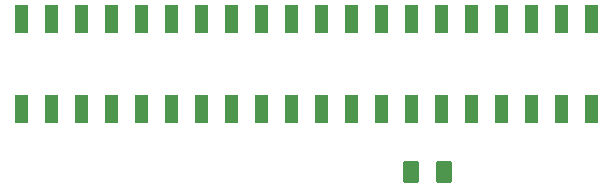
<source format=gbr>
G04 #@! TF.GenerationSoftware,KiCad,Pcbnew,5.0.2+dfsg1-1~bpo9+1*
G04 #@! TF.CreationDate,2018-12-31T18:08:11+00:00*
G04 #@! TF.ProjectId,13_full_breakout_gpio,31335f66-756c-46c5-9f62-7265616b6f75,rev?*
G04 #@! TF.SameCoordinates,Original*
G04 #@! TF.FileFunction,Soldermask,Bot*
G04 #@! TF.FilePolarity,Negative*
%FSLAX46Y46*%
G04 Gerber Fmt 4.6, Leading zero omitted, Abs format (unit mm)*
G04 Created by KiCad (PCBNEW 5.0.2+dfsg1-1~bpo9+1) date Mon 31 Dec 2018 18:08:11 GMT*
%MOMM*%
%LPD*%
G01*
G04 APERTURE LIST*
%ADD10C,0.100000*%
G04 APERTURE END LIST*
D10*
G36*
X171460604Y-82136347D02*
X171497145Y-82147432D01*
X171530820Y-82165431D01*
X171560341Y-82189659D01*
X171584569Y-82219180D01*
X171602568Y-82252855D01*
X171613653Y-82289396D01*
X171618000Y-82333538D01*
X171618000Y-83782462D01*
X171613653Y-83826604D01*
X171602568Y-83863145D01*
X171584569Y-83896820D01*
X171560341Y-83926341D01*
X171530820Y-83950569D01*
X171497145Y-83968568D01*
X171460604Y-83979653D01*
X171416462Y-83984000D01*
X170467538Y-83984000D01*
X170423396Y-83979653D01*
X170386855Y-83968568D01*
X170353180Y-83950569D01*
X170323659Y-83926341D01*
X170299431Y-83896820D01*
X170281432Y-83863145D01*
X170270347Y-83826604D01*
X170266000Y-83782462D01*
X170266000Y-82333538D01*
X170270347Y-82289396D01*
X170281432Y-82252855D01*
X170299431Y-82219180D01*
X170323659Y-82189659D01*
X170353180Y-82165431D01*
X170386855Y-82147432D01*
X170423396Y-82136347D01*
X170467538Y-82132000D01*
X171416462Y-82132000D01*
X171460604Y-82136347D01*
X171460604Y-82136347D01*
G37*
G36*
X168660604Y-82136347D02*
X168697145Y-82147432D01*
X168730820Y-82165431D01*
X168760341Y-82189659D01*
X168784569Y-82219180D01*
X168802568Y-82252855D01*
X168813653Y-82289396D01*
X168818000Y-82333538D01*
X168818000Y-83782462D01*
X168813653Y-83826604D01*
X168802568Y-83863145D01*
X168784569Y-83896820D01*
X168760341Y-83926341D01*
X168730820Y-83950569D01*
X168697145Y-83968568D01*
X168660604Y-83979653D01*
X168616462Y-83984000D01*
X167667538Y-83984000D01*
X167623396Y-83979653D01*
X167586855Y-83968568D01*
X167553180Y-83950569D01*
X167523659Y-83926341D01*
X167499431Y-83896820D01*
X167481432Y-83863145D01*
X167470347Y-83826604D01*
X167466000Y-83782462D01*
X167466000Y-82333538D01*
X167470347Y-82289396D01*
X167481432Y-82252855D01*
X167499431Y-82219180D01*
X167523659Y-82189659D01*
X167553180Y-82165431D01*
X167586855Y-82147432D01*
X167623396Y-82136347D01*
X167667538Y-82132000D01*
X168616462Y-82132000D01*
X168660604Y-82136347D01*
X168660604Y-82136347D01*
G37*
G36*
X184002500Y-78925000D02*
X182900500Y-78925000D01*
X182900500Y-76523000D01*
X184002500Y-76523000D01*
X184002500Y-78925000D01*
X184002500Y-78925000D01*
G37*
G36*
X181462500Y-78925000D02*
X180360500Y-78925000D01*
X180360500Y-76523000D01*
X181462500Y-76523000D01*
X181462500Y-78925000D01*
X181462500Y-78925000D01*
G37*
G36*
X176382500Y-78925000D02*
X175280500Y-78925000D01*
X175280500Y-76523000D01*
X176382500Y-76523000D01*
X176382500Y-78925000D01*
X176382500Y-78925000D01*
G37*
G36*
X173842500Y-78925000D02*
X172740500Y-78925000D01*
X172740500Y-76523000D01*
X173842500Y-76523000D01*
X173842500Y-78925000D01*
X173842500Y-78925000D01*
G37*
G36*
X171302500Y-78925000D02*
X170200500Y-78925000D01*
X170200500Y-76523000D01*
X171302500Y-76523000D01*
X171302500Y-78925000D01*
X171302500Y-78925000D01*
G37*
G36*
X168762500Y-78925000D02*
X167660500Y-78925000D01*
X167660500Y-76523000D01*
X168762500Y-76523000D01*
X168762500Y-78925000D01*
X168762500Y-78925000D01*
G37*
G36*
X166222500Y-78925000D02*
X165120500Y-78925000D01*
X165120500Y-76523000D01*
X166222500Y-76523000D01*
X166222500Y-78925000D01*
X166222500Y-78925000D01*
G37*
G36*
X163682500Y-78925000D02*
X162580500Y-78925000D01*
X162580500Y-76523000D01*
X163682500Y-76523000D01*
X163682500Y-78925000D01*
X163682500Y-78925000D01*
G37*
G36*
X161142500Y-78925000D02*
X160040500Y-78925000D01*
X160040500Y-76523000D01*
X161142500Y-76523000D01*
X161142500Y-78925000D01*
X161142500Y-78925000D01*
G37*
G36*
X158602500Y-78925000D02*
X157500500Y-78925000D01*
X157500500Y-76523000D01*
X158602500Y-76523000D01*
X158602500Y-78925000D01*
X158602500Y-78925000D01*
G37*
G36*
X153522500Y-78925000D02*
X152420500Y-78925000D01*
X152420500Y-76523000D01*
X153522500Y-76523000D01*
X153522500Y-78925000D01*
X153522500Y-78925000D01*
G37*
G36*
X156062500Y-78925000D02*
X154960500Y-78925000D01*
X154960500Y-76523000D01*
X156062500Y-76523000D01*
X156062500Y-78925000D01*
X156062500Y-78925000D01*
G37*
G36*
X135742500Y-78925000D02*
X134640500Y-78925000D01*
X134640500Y-76523000D01*
X135742500Y-76523000D01*
X135742500Y-78925000D01*
X135742500Y-78925000D01*
G37*
G36*
X178922500Y-78925000D02*
X177820500Y-78925000D01*
X177820500Y-76523000D01*
X178922500Y-76523000D01*
X178922500Y-78925000D01*
X178922500Y-78925000D01*
G37*
G36*
X138282500Y-78925000D02*
X137180500Y-78925000D01*
X137180500Y-76523000D01*
X138282500Y-76523000D01*
X138282500Y-78925000D01*
X138282500Y-78925000D01*
G37*
G36*
X140822500Y-78925000D02*
X139720500Y-78925000D01*
X139720500Y-76523000D01*
X140822500Y-76523000D01*
X140822500Y-78925000D01*
X140822500Y-78925000D01*
G37*
G36*
X143362500Y-78925000D02*
X142260500Y-78925000D01*
X142260500Y-76523000D01*
X143362500Y-76523000D01*
X143362500Y-78925000D01*
X143362500Y-78925000D01*
G37*
G36*
X145902500Y-78925000D02*
X144800500Y-78925000D01*
X144800500Y-76523000D01*
X145902500Y-76523000D01*
X145902500Y-78925000D01*
X145902500Y-78925000D01*
G37*
G36*
X148442500Y-78925000D02*
X147340500Y-78925000D01*
X147340500Y-76523000D01*
X148442500Y-76523000D01*
X148442500Y-78925000D01*
X148442500Y-78925000D01*
G37*
G36*
X150982500Y-78925000D02*
X149880500Y-78925000D01*
X149880500Y-76523000D01*
X150982500Y-76523000D01*
X150982500Y-78925000D01*
X150982500Y-78925000D01*
G37*
G36*
X135742500Y-71305000D02*
X134640500Y-71305000D01*
X134640500Y-68903000D01*
X135742500Y-68903000D01*
X135742500Y-71305000D01*
X135742500Y-71305000D01*
G37*
G36*
X140822500Y-71305000D02*
X139720500Y-71305000D01*
X139720500Y-68903000D01*
X140822500Y-68903000D01*
X140822500Y-71305000D01*
X140822500Y-71305000D01*
G37*
G36*
X143362500Y-71305000D02*
X142260500Y-71305000D01*
X142260500Y-68903000D01*
X143362500Y-68903000D01*
X143362500Y-71305000D01*
X143362500Y-71305000D01*
G37*
G36*
X145902500Y-71305000D02*
X144800500Y-71305000D01*
X144800500Y-68903000D01*
X145902500Y-68903000D01*
X145902500Y-71305000D01*
X145902500Y-71305000D01*
G37*
G36*
X148442500Y-71305000D02*
X147340500Y-71305000D01*
X147340500Y-68903000D01*
X148442500Y-68903000D01*
X148442500Y-71305000D01*
X148442500Y-71305000D01*
G37*
G36*
X153522500Y-71305000D02*
X152420500Y-71305000D01*
X152420500Y-68903000D01*
X153522500Y-68903000D01*
X153522500Y-71305000D01*
X153522500Y-71305000D01*
G37*
G36*
X138282500Y-71305000D02*
X137180500Y-71305000D01*
X137180500Y-68903000D01*
X138282500Y-68903000D01*
X138282500Y-71305000D01*
X138282500Y-71305000D01*
G37*
G36*
X171302500Y-71305000D02*
X170200500Y-71305000D01*
X170200500Y-68903000D01*
X171302500Y-68903000D01*
X171302500Y-71305000D01*
X171302500Y-71305000D01*
G37*
G36*
X173842500Y-71305000D02*
X172740500Y-71305000D01*
X172740500Y-68903000D01*
X173842500Y-68903000D01*
X173842500Y-71305000D01*
X173842500Y-71305000D01*
G37*
G36*
X168762500Y-71305000D02*
X167660500Y-71305000D01*
X167660500Y-68903000D01*
X168762500Y-68903000D01*
X168762500Y-71305000D01*
X168762500Y-71305000D01*
G37*
G36*
X166222500Y-71305000D02*
X165120500Y-71305000D01*
X165120500Y-68903000D01*
X166222500Y-68903000D01*
X166222500Y-71305000D01*
X166222500Y-71305000D01*
G37*
G36*
X176382500Y-71305000D02*
X175280500Y-71305000D01*
X175280500Y-68903000D01*
X176382500Y-68903000D01*
X176382500Y-71305000D01*
X176382500Y-71305000D01*
G37*
G36*
X163682500Y-71305000D02*
X162580500Y-71305000D01*
X162580500Y-68903000D01*
X163682500Y-68903000D01*
X163682500Y-71305000D01*
X163682500Y-71305000D01*
G37*
G36*
X178922500Y-71305000D02*
X177820500Y-71305000D01*
X177820500Y-68903000D01*
X178922500Y-68903000D01*
X178922500Y-71305000D01*
X178922500Y-71305000D01*
G37*
G36*
X158602500Y-71305000D02*
X157500500Y-71305000D01*
X157500500Y-68903000D01*
X158602500Y-68903000D01*
X158602500Y-71305000D01*
X158602500Y-71305000D01*
G37*
G36*
X181462500Y-71305000D02*
X180360500Y-71305000D01*
X180360500Y-68903000D01*
X181462500Y-68903000D01*
X181462500Y-71305000D01*
X181462500Y-71305000D01*
G37*
G36*
X156062500Y-71305000D02*
X154960500Y-71305000D01*
X154960500Y-68903000D01*
X156062500Y-68903000D01*
X156062500Y-71305000D01*
X156062500Y-71305000D01*
G37*
G36*
X184002500Y-71305000D02*
X182900500Y-71305000D01*
X182900500Y-68903000D01*
X184002500Y-68903000D01*
X184002500Y-71305000D01*
X184002500Y-71305000D01*
G37*
G36*
X150982500Y-71305000D02*
X149880500Y-71305000D01*
X149880500Y-68903000D01*
X150982500Y-68903000D01*
X150982500Y-71305000D01*
X150982500Y-71305000D01*
G37*
G36*
X161142500Y-71305000D02*
X160040500Y-71305000D01*
X160040500Y-68903000D01*
X161142500Y-68903000D01*
X161142500Y-71305000D01*
X161142500Y-71305000D01*
G37*
M02*

</source>
